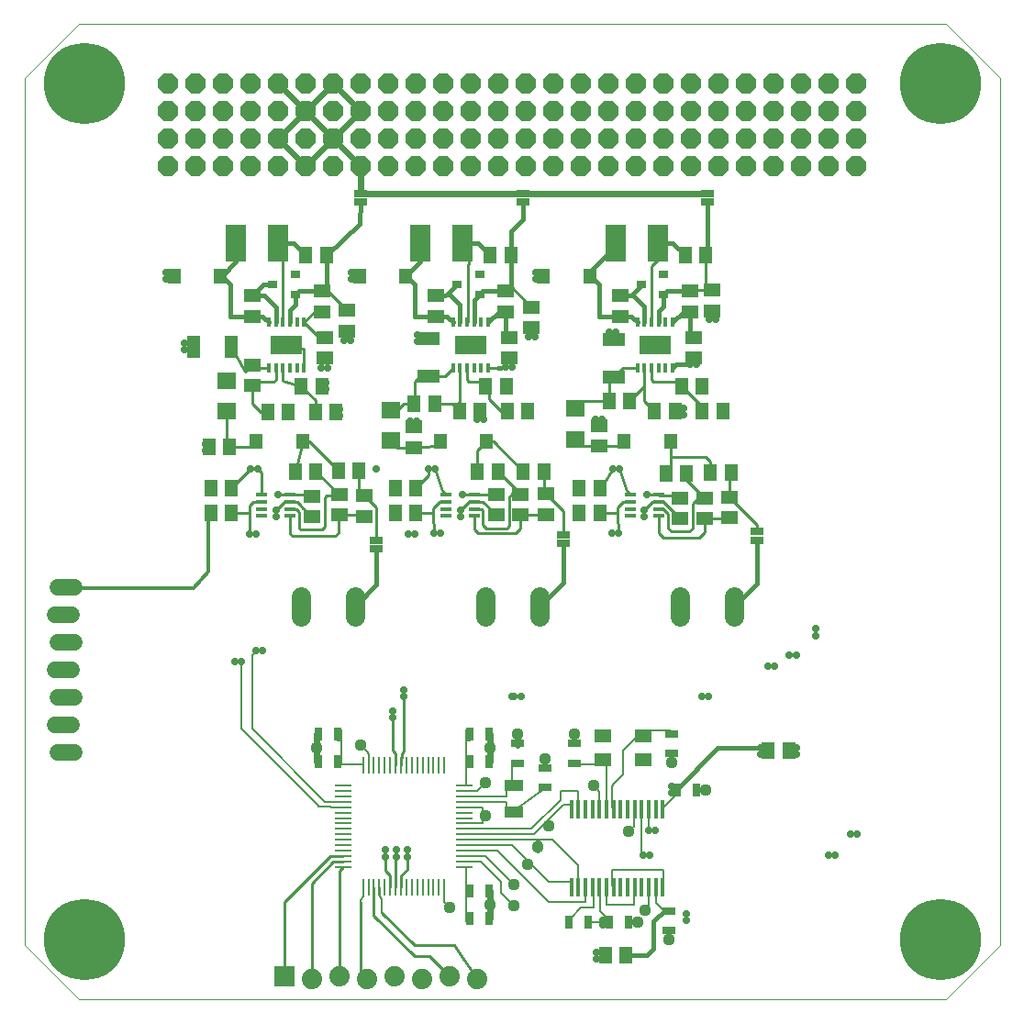
<source format=gtl>
G75*
%MOIN*%
%OFA0B0*%
%FSLAX25Y25*%
%IPPOS*%
%LPD*%
%AMOC8*
5,1,8,0,0,1.08239X$1,22.5*
%
%ADD10R,0.05000X0.08110*%
%ADD11R,0.05906X0.05118*%
%ADD12R,0.05000X0.05787*%
%ADD13R,0.07480X0.13386*%
%ADD14R,0.05118X0.05906*%
%ADD15R,0.11201X0.06500*%
%ADD16R,0.01654X0.03500*%
%ADD17R,0.03937X0.01772*%
%ADD18R,0.03543X0.03150*%
%ADD19R,0.08110X0.05000*%
%ADD20R,0.05000X0.02500*%
%ADD21C,0.07050*%
%ADD22OC8,0.07400*%
%ADD23C,0.00000*%
%ADD24C,0.29528*%
%ADD25R,0.00984X0.06102*%
%ADD26R,0.06102X0.00984*%
%ADD27R,0.01575X0.06890*%
%ADD28R,0.07087X0.03937*%
%ADD29R,0.03150X0.04724*%
%ADD30C,0.00800*%
%ADD31R,0.04724X0.03150*%
%ADD32C,0.04400*%
%ADD33C,0.02400*%
%ADD34R,0.06299X0.04921*%
%ADD35R,0.03937X0.00984*%
%ADD36R,0.00984X0.03937*%
%ADD37R,0.07400X0.07400*%
%ADD38C,0.07400*%
%ADD39R,0.07098X0.06299*%
%ADD40C,0.06000*%
%ADD41C,0.01000*%
%ADD42C,0.01600*%
%ADD43C,0.02781*%
%ADD44C,0.01200*%
%ADD45C,0.00787*%
%ADD46OC8,0.02781*%
D10*
X0063119Y0247037D03*
X0076938Y0247037D03*
D11*
X0084477Y0240304D03*
X0084477Y0232824D03*
X0084477Y0258021D03*
X0084477Y0265501D03*
X0109831Y0267155D03*
X0109831Y0259675D03*
X0110934Y0250304D03*
X0110934Y0242824D03*
X0119005Y0252745D03*
X0119005Y0260226D03*
X0151406Y0258021D03*
X0151406Y0265501D03*
X0176761Y0267155D03*
X0185934Y0261407D03*
X0185934Y0253927D03*
X0177863Y0250304D03*
X0177863Y0242824D03*
X0176761Y0259675D03*
X0218335Y0258021D03*
X0218335Y0265501D03*
X0243690Y0267155D03*
X0251682Y0267509D03*
X0251682Y0260029D03*
X0243690Y0259675D03*
X0244792Y0250304D03*
X0244792Y0242824D03*
X0210461Y0218257D03*
X0210461Y0210777D03*
X0191170Y0193454D03*
X0191170Y0185974D03*
X0181918Y0185777D03*
X0181918Y0193257D03*
X0173257Y0193257D03*
X0173257Y0185777D03*
X0143139Y0210383D03*
X0143139Y0217864D03*
X0125422Y0192864D03*
X0125422Y0185383D03*
X0116170Y0185777D03*
X0116170Y0193257D03*
X0106131Y0192667D03*
X0106131Y0185186D03*
X0239989Y0184596D03*
X0239989Y0192076D03*
X0248847Y0192076D03*
X0248847Y0184596D03*
X0258099Y0184793D03*
X0258099Y0192273D03*
D12*
X0236682Y0212549D03*
X0219753Y0212549D03*
X0169753Y0212549D03*
X0152824Y0212549D03*
X0102824Y0212549D03*
X0085894Y0212549D03*
X0073060Y0272745D03*
X0056131Y0272745D03*
X0123454Y0272745D03*
X0140383Y0272745D03*
X0190383Y0272745D03*
X0207312Y0272745D03*
D13*
X0216524Y0284635D03*
X0231879Y0284635D03*
X0161013Y0284635D03*
X0145658Y0284635D03*
X0094083Y0284635D03*
X0078729Y0284635D03*
D14*
X0104044Y0280226D03*
X0111524Y0280226D03*
X0109871Y0232627D03*
X0102391Y0232627D03*
X0097666Y0223178D03*
X0090186Y0223178D03*
X0076406Y0210580D03*
X0068926Y0210580D03*
X0069517Y0195619D03*
X0076997Y0195619D03*
X0076997Y0186761D03*
X0069517Y0186761D03*
X0100225Y0201722D03*
X0107706Y0201722D03*
X0115776Y0201919D03*
X0123257Y0201919D03*
X0136446Y0195619D03*
X0143926Y0195619D03*
X0143926Y0186761D03*
X0136446Y0186761D03*
X0166367Y0201722D03*
X0173847Y0201722D03*
X0183099Y0201722D03*
X0190580Y0201722D03*
X0203375Y0195619D03*
X0210855Y0195619D03*
X0210855Y0186761D03*
X0203375Y0186761D03*
X0234871Y0200934D03*
X0242351Y0200934D03*
X0251013Y0201328D03*
X0258493Y0201328D03*
X0255540Y0223572D03*
X0248060Y0223572D03*
X0248060Y0232627D03*
X0240580Y0232627D03*
X0238217Y0223572D03*
X0230737Y0223572D03*
X0221682Y0227115D03*
X0214202Y0227115D03*
X0184674Y0223572D03*
X0177194Y0223572D03*
X0176800Y0232627D03*
X0169320Y0232627D03*
X0167351Y0223572D03*
X0159871Y0223572D03*
X0150816Y0226328D03*
X0143335Y0226328D03*
X0114989Y0223178D03*
X0107509Y0223178D03*
X0170973Y0280226D03*
X0178454Y0280226D03*
X0241839Y0280226D03*
X0249320Y0280226D03*
X0272057Y0100312D03*
X0279537Y0100312D03*
X0220428Y0025835D03*
X0212947Y0025835D03*
D15*
X0230855Y0247549D03*
X0163926Y0247549D03*
X0096997Y0247549D03*
D16*
X0098276Y0255816D03*
X0095717Y0255816D03*
X0093158Y0255816D03*
X0090599Y0255816D03*
X0100835Y0255816D03*
X0103394Y0255816D03*
X0103394Y0239281D03*
X0100835Y0239281D03*
X0098276Y0239281D03*
X0095717Y0239281D03*
X0093158Y0239281D03*
X0090599Y0239281D03*
X0157528Y0239281D03*
X0160087Y0239281D03*
X0162646Y0239281D03*
X0165206Y0239281D03*
X0167765Y0239281D03*
X0170324Y0239281D03*
X0170324Y0255816D03*
X0167765Y0255816D03*
X0165206Y0255816D03*
X0162646Y0255816D03*
X0160087Y0255816D03*
X0157528Y0255816D03*
X0224457Y0255816D03*
X0227017Y0255816D03*
X0229576Y0255816D03*
X0232135Y0255816D03*
X0234694Y0255816D03*
X0237253Y0255816D03*
X0237253Y0239281D03*
X0234694Y0239281D03*
X0232135Y0239281D03*
X0229576Y0239281D03*
X0227017Y0239281D03*
X0224457Y0239281D03*
D17*
X0221879Y0193159D03*
X0221879Y0190600D03*
X0221879Y0188041D03*
X0221879Y0185482D03*
X0232115Y0185482D03*
X0232115Y0188041D03*
X0232115Y0190600D03*
X0232115Y0193159D03*
X0165186Y0193159D03*
X0165186Y0190600D03*
X0165186Y0188041D03*
X0165186Y0185482D03*
X0154950Y0185482D03*
X0154950Y0188041D03*
X0154950Y0190600D03*
X0154950Y0193159D03*
X0098257Y0193159D03*
X0098257Y0190600D03*
X0098257Y0188041D03*
X0098257Y0185482D03*
X0088020Y0185482D03*
X0088020Y0188041D03*
X0088020Y0190600D03*
X0088020Y0193159D03*
D18*
X0100225Y0265895D03*
X0100225Y0273375D03*
X0091957Y0269635D03*
X0158887Y0269635D03*
X0167154Y0265895D03*
X0167154Y0273375D03*
X0225816Y0269635D03*
X0234083Y0265895D03*
X0234083Y0273375D03*
D19*
X0215816Y0249655D03*
X0215816Y0235836D03*
X0148493Y0236230D03*
X0148493Y0250049D03*
D20*
X0123847Y0299531D03*
X0123847Y0302731D03*
X0182902Y0302731D03*
X0182902Y0299531D03*
X0249831Y0299531D03*
X0249831Y0302731D03*
X0267942Y0179897D03*
X0267942Y0176697D03*
X0197469Y0175515D03*
X0197469Y0178715D03*
X0129753Y0176747D03*
X0129753Y0173547D03*
D21*
X0121879Y0156113D02*
X0121879Y0149063D01*
X0102194Y0149063D02*
X0102194Y0156113D01*
X0169123Y0156113D02*
X0169123Y0149063D01*
X0188808Y0149063D02*
X0188808Y0156113D01*
X0239989Y0156113D02*
X0239989Y0149063D01*
X0259674Y0149063D02*
X0259674Y0156113D01*
D22*
X0263965Y0312470D03*
X0253965Y0312470D03*
X0243965Y0312470D03*
X0233965Y0312470D03*
X0223965Y0312470D03*
X0213965Y0312470D03*
X0203965Y0312470D03*
X0193965Y0312470D03*
X0183965Y0312470D03*
X0173965Y0312470D03*
X0163965Y0312470D03*
X0153965Y0312470D03*
X0143965Y0312470D03*
X0133965Y0312470D03*
X0123965Y0312470D03*
X0113965Y0312470D03*
X0103965Y0312470D03*
X0093965Y0312470D03*
X0083965Y0312470D03*
X0073965Y0312470D03*
X0063965Y0312470D03*
X0053965Y0312470D03*
X0053965Y0322470D03*
X0053965Y0332470D03*
X0063965Y0332470D03*
X0063965Y0322470D03*
X0073965Y0322470D03*
X0073965Y0332470D03*
X0073965Y0342470D03*
X0063965Y0342470D03*
X0053965Y0342470D03*
X0083965Y0342470D03*
X0083965Y0332470D03*
X0083965Y0322470D03*
X0093965Y0322470D03*
X0093965Y0332470D03*
X0093965Y0342470D03*
X0103965Y0342470D03*
X0113965Y0342470D03*
X0113965Y0332470D03*
X0103965Y0332470D03*
X0103965Y0322470D03*
X0113965Y0322470D03*
X0123965Y0322470D03*
X0123965Y0332470D03*
X0123965Y0342470D03*
X0133965Y0342470D03*
X0133965Y0332470D03*
X0133965Y0322470D03*
X0143965Y0322470D03*
X0143965Y0332470D03*
X0143965Y0342470D03*
X0153965Y0342470D03*
X0163965Y0342470D03*
X0163965Y0332470D03*
X0153965Y0332470D03*
X0153965Y0322470D03*
X0163965Y0322470D03*
X0173965Y0322470D03*
X0173965Y0332470D03*
X0173965Y0342470D03*
X0183965Y0342470D03*
X0183965Y0332470D03*
X0183965Y0322470D03*
X0193965Y0322470D03*
X0193965Y0332470D03*
X0203965Y0332470D03*
X0203965Y0322470D03*
X0213965Y0322470D03*
X0213965Y0332470D03*
X0213965Y0342470D03*
X0203965Y0342470D03*
X0193965Y0342470D03*
X0223965Y0342470D03*
X0223965Y0332470D03*
X0223965Y0322470D03*
X0233965Y0322470D03*
X0233965Y0332470D03*
X0233965Y0342470D03*
X0243965Y0342470D03*
X0253965Y0342470D03*
X0253965Y0332470D03*
X0243965Y0332470D03*
X0243965Y0322470D03*
X0253965Y0322470D03*
X0263965Y0322470D03*
X0263965Y0332470D03*
X0263965Y0342470D03*
X0273965Y0342470D03*
X0273965Y0332470D03*
X0273965Y0322470D03*
X0273965Y0312470D03*
X0283965Y0312470D03*
X0283965Y0322470D03*
X0283965Y0332470D03*
X0283965Y0342470D03*
X0293965Y0342470D03*
X0303965Y0342470D03*
X0303965Y0332470D03*
X0293965Y0332470D03*
X0293965Y0322470D03*
X0303965Y0322470D03*
X0303965Y0312470D03*
X0293965Y0312470D03*
D23*
X0336446Y0009793D02*
X0021485Y0009793D01*
X0001800Y0029478D01*
X0001800Y0344438D01*
X0021485Y0364123D01*
X0336446Y0364123D01*
X0356131Y0344438D01*
X0356131Y0029478D01*
X0336446Y0009793D01*
D24*
X0334477Y0031446D03*
X0334477Y0342470D03*
X0023454Y0342470D03*
X0023454Y0031446D03*
D25*
X0124831Y0050738D03*
X0126800Y0050738D03*
X0128769Y0050738D03*
X0130737Y0050738D03*
X0132706Y0050738D03*
X0134674Y0050738D03*
X0136643Y0050738D03*
X0138611Y0050738D03*
X0140580Y0050738D03*
X0142548Y0050738D03*
X0144517Y0050738D03*
X0146485Y0050738D03*
X0148454Y0050738D03*
X0150422Y0050738D03*
X0152391Y0050738D03*
X0154359Y0050738D03*
X0154359Y0094832D03*
X0152391Y0094832D03*
X0150422Y0094832D03*
X0148454Y0094832D03*
X0146485Y0094832D03*
X0144517Y0094832D03*
X0142548Y0094832D03*
X0140580Y0094832D03*
X0138611Y0094832D03*
X0136643Y0094832D03*
X0134674Y0094832D03*
X0132706Y0094832D03*
X0130737Y0094832D03*
X0128769Y0094832D03*
X0126800Y0094832D03*
X0124831Y0094832D03*
D26*
X0117548Y0087549D03*
X0117548Y0085580D03*
X0117548Y0083612D03*
X0117548Y0081643D03*
X0117548Y0079675D03*
X0117548Y0077706D03*
X0117548Y0075738D03*
X0117548Y0073769D03*
X0117548Y0071801D03*
X0117548Y0069832D03*
X0117548Y0067864D03*
X0117548Y0065895D03*
X0117548Y0063927D03*
X0117548Y0061958D03*
X0117548Y0059989D03*
X0117548Y0058021D03*
X0161643Y0058021D03*
X0161643Y0059989D03*
X0161643Y0061958D03*
X0161643Y0063927D03*
X0161643Y0065895D03*
X0161643Y0067864D03*
X0161643Y0069832D03*
X0161643Y0071801D03*
X0161643Y0073769D03*
X0161643Y0075738D03*
X0161643Y0077706D03*
X0161643Y0079675D03*
X0161643Y0081643D03*
X0161643Y0083612D03*
X0161643Y0085580D03*
X0161643Y0087549D03*
D27*
X0200461Y0079084D03*
X0203020Y0079084D03*
X0205580Y0079084D03*
X0208139Y0079084D03*
X0210698Y0079084D03*
X0213257Y0079084D03*
X0215816Y0079084D03*
X0218375Y0079084D03*
X0220934Y0079084D03*
X0223493Y0079084D03*
X0226052Y0079084D03*
X0228611Y0079084D03*
X0231170Y0079084D03*
X0233729Y0079084D03*
X0233729Y0050738D03*
X0231170Y0050738D03*
X0228611Y0050738D03*
X0226052Y0050738D03*
X0223493Y0050738D03*
X0220934Y0050738D03*
X0218375Y0050738D03*
X0215816Y0050738D03*
X0213257Y0050738D03*
X0210698Y0050738D03*
X0208139Y0050738D03*
X0205580Y0050738D03*
X0203020Y0050738D03*
X0200461Y0050738D03*
D28*
X0179595Y0077864D03*
X0179595Y0087706D03*
D29*
X0170619Y0096407D03*
X0163532Y0096407D03*
X0163532Y0106249D03*
X0170619Y0106249D03*
X0115658Y0106249D03*
X0108572Y0106249D03*
X0108572Y0096407D03*
X0115658Y0096407D03*
X0163532Y0049163D03*
X0170619Y0049163D03*
X0170619Y0039320D03*
X0163532Y0039320D03*
X0199615Y0037844D03*
X0206702Y0037844D03*
X0214221Y0037844D03*
X0221308Y0037844D03*
X0238828Y0086072D03*
X0245914Y0086072D03*
D30*
X0238513Y0084104D02*
X0233904Y0079495D01*
X0223257Y0077706D02*
X0223257Y0073116D01*
X0223022Y0072550D02*
X0221288Y0070816D01*
X0223023Y0072550D02*
X0223058Y0072589D01*
X0223092Y0072629D01*
X0223122Y0072672D01*
X0223150Y0072716D01*
X0223174Y0072762D01*
X0223196Y0072810D01*
X0223215Y0072859D01*
X0223230Y0072909D01*
X0223242Y0072960D01*
X0223250Y0073012D01*
X0223255Y0073064D01*
X0223257Y0073116D01*
X0215383Y0079675D02*
X0215383Y0087217D01*
X0215617Y0087783D02*
X0219320Y0091486D01*
X0219320Y0100012D01*
X0219554Y0100578D02*
X0224241Y0105265D01*
X0226702Y0107726D02*
X0235721Y0107726D01*
X0236286Y0107491D02*
X0237036Y0106741D01*
X0236287Y0107492D02*
X0236248Y0107527D01*
X0236208Y0107561D01*
X0236165Y0107591D01*
X0236121Y0107619D01*
X0236075Y0107643D01*
X0236027Y0107665D01*
X0235978Y0107684D01*
X0235928Y0107699D01*
X0235877Y0107711D01*
X0235825Y0107719D01*
X0235773Y0107724D01*
X0235721Y0107726D01*
X0219554Y0100578D02*
X0219519Y0100539D01*
X0219485Y0100499D01*
X0219455Y0100456D01*
X0219427Y0100412D01*
X0219403Y0100366D01*
X0219381Y0100318D01*
X0219362Y0100269D01*
X0219347Y0100219D01*
X0219335Y0100168D01*
X0219327Y0100116D01*
X0219322Y0100064D01*
X0219320Y0100012D01*
X0213414Y0096407D02*
X0213414Y0079675D01*
X0210461Y0078690D02*
X0210461Y0085249D01*
X0210227Y0085814D02*
X0208493Y0087549D01*
X0210227Y0085815D02*
X0210262Y0085776D01*
X0210296Y0085736D01*
X0210326Y0085693D01*
X0210354Y0085649D01*
X0210378Y0085603D01*
X0210400Y0085555D01*
X0210419Y0085506D01*
X0210434Y0085456D01*
X0210446Y0085405D01*
X0210454Y0085353D01*
X0210459Y0085301D01*
X0210461Y0085249D01*
X0215383Y0087217D02*
X0215385Y0087269D01*
X0215390Y0087321D01*
X0215398Y0087373D01*
X0215410Y0087424D01*
X0215425Y0087474D01*
X0215444Y0087523D01*
X0215466Y0087571D01*
X0215490Y0087617D01*
X0215518Y0087661D01*
X0215548Y0087704D01*
X0215582Y0087744D01*
X0215617Y0087783D01*
X0211446Y0095423D02*
X0200619Y0095423D01*
X0202837Y0085580D02*
X0196682Y0085580D01*
X0196682Y0082959D01*
X0196448Y0082393D02*
X0185855Y0071801D01*
X0163217Y0071801D01*
X0163217Y0069832D02*
X0186839Y0069832D01*
X0197432Y0080424D01*
X0197998Y0080659D02*
X0200619Y0080659D01*
X0202837Y0080659D02*
X0202837Y0085580D01*
X0196682Y0082959D02*
X0196680Y0082907D01*
X0196675Y0082855D01*
X0196667Y0082803D01*
X0196655Y0082752D01*
X0196640Y0082702D01*
X0196621Y0082653D01*
X0196599Y0082605D01*
X0196575Y0082559D01*
X0196547Y0082515D01*
X0196517Y0082472D01*
X0196483Y0082432D01*
X0196448Y0082393D01*
X0197432Y0080425D02*
X0197471Y0080460D01*
X0197511Y0080494D01*
X0197554Y0080524D01*
X0197598Y0080552D01*
X0197644Y0080576D01*
X0197692Y0080598D01*
X0197741Y0080617D01*
X0197791Y0080632D01*
X0197842Y0080644D01*
X0197894Y0080652D01*
X0197946Y0080657D01*
X0197998Y0080659D01*
X0190776Y0086564D02*
X0179950Y0078690D01*
X0176997Y0077706D02*
X0176997Y0081643D01*
X0162233Y0081643D01*
X0162233Y0079675D02*
X0168139Y0079675D01*
X0168139Y0073769D01*
X0164533Y0073769D01*
X0162233Y0067864D02*
X0193729Y0067864D01*
X0202837Y0058755D01*
X0202837Y0052358D01*
X0200619Y0052608D02*
X0192253Y0052608D01*
X0178965Y0065895D01*
X0160757Y0065895D01*
X0161249Y0063927D02*
X0173591Y0063927D01*
X0192292Y0045226D01*
X0205540Y0045226D01*
X0205540Y0048178D01*
X0208493Y0048178D02*
X0208493Y0043257D01*
X0204064Y0043257D01*
X0200127Y0039320D01*
X0206032Y0037844D02*
X0213906Y0037844D01*
X0213906Y0038828D02*
X0210954Y0041781D01*
X0210954Y0048671D01*
X0213414Y0049163D02*
X0213414Y0044241D01*
X0223257Y0044241D01*
X0223257Y0049163D01*
X0228670Y0045065D02*
X0228664Y0044973D01*
X0228654Y0044881D01*
X0228640Y0044790D01*
X0228622Y0044699D01*
X0228601Y0044609D01*
X0228576Y0044520D01*
X0228548Y0044432D01*
X0228516Y0044345D01*
X0228480Y0044260D01*
X0228441Y0044176D01*
X0228398Y0044094D01*
X0228352Y0044014D01*
X0228303Y0043936D01*
X0228250Y0043860D01*
X0228195Y0043786D01*
X0228136Y0043715D01*
X0228075Y0043646D01*
X0228010Y0043579D01*
X0227943Y0043515D01*
X0227944Y0043515D02*
X0226702Y0042273D01*
X0228670Y0045065D02*
X0228670Y0050639D01*
X0231131Y0049163D02*
X0231131Y0045557D01*
X0231365Y0044991D02*
X0234083Y0042273D01*
X0231365Y0044991D02*
X0231330Y0045030D01*
X0231296Y0045070D01*
X0231266Y0045113D01*
X0231238Y0045157D01*
X0231214Y0045203D01*
X0231192Y0045251D01*
X0231173Y0045300D01*
X0231158Y0045350D01*
X0231146Y0045401D01*
X0231138Y0045453D01*
X0231133Y0045505D01*
X0231131Y0045557D01*
X0234083Y0049163D02*
X0234083Y0057037D01*
X0215383Y0057037D01*
X0215383Y0051131D01*
X0213906Y0036860D02*
X0213414Y0036860D01*
X0179595Y0044035D02*
X0175028Y0048602D01*
X0175028Y0052608D01*
X0167646Y0059989D01*
X0163709Y0059989D01*
X0163217Y0061958D02*
X0169123Y0061958D01*
X0178239Y0052842D01*
X0178239Y0050617D01*
X0162233Y0058021D02*
X0162233Y0038336D01*
X0156328Y0043257D02*
X0154593Y0044991D01*
X0154359Y0045557D02*
X0154359Y0050147D01*
X0154359Y0045557D02*
X0154361Y0045505D01*
X0154366Y0045453D01*
X0154374Y0045401D01*
X0154386Y0045350D01*
X0154401Y0045300D01*
X0154420Y0045251D01*
X0154442Y0045203D01*
X0154466Y0045157D01*
X0154494Y0045113D01*
X0154524Y0045070D01*
X0154558Y0045030D01*
X0154593Y0044991D01*
X0162233Y0083612D02*
X0176997Y0083612D01*
X0176997Y0087549D01*
X0178965Y0087549D02*
X0178965Y0095423D01*
X0169123Y0088533D02*
X0166170Y0085580D01*
X0163217Y0085580D01*
X0162233Y0087549D02*
X0162233Y0106741D01*
X0126800Y0099028D02*
X0126800Y0095423D01*
X0124831Y0095423D02*
X0116957Y0095423D01*
X0115973Y0095423D01*
X0116957Y0095423D02*
X0116957Y0107234D01*
X0122863Y0103297D02*
X0126566Y0099594D01*
X0126601Y0099555D01*
X0126635Y0099515D01*
X0126665Y0099472D01*
X0126693Y0099428D01*
X0126717Y0099382D01*
X0126739Y0099334D01*
X0126758Y0099285D01*
X0126773Y0099235D01*
X0126785Y0099184D01*
X0126793Y0099132D01*
X0126798Y0099080D01*
X0126800Y0099028D01*
D31*
X0180934Y0095738D03*
X0180934Y0102824D03*
X0190776Y0093966D03*
X0190776Y0086879D03*
X0201603Y0095738D03*
X0201603Y0102824D03*
X0237036Y0099340D03*
X0237036Y0106427D03*
X0236052Y0041958D03*
X0236052Y0034871D03*
D32*
X0236052Y0031446D03*
X0224733Y0037844D03*
X0227194Y0042273D03*
X0221288Y0070816D03*
X0208493Y0087549D03*
X0190776Y0097391D03*
X0180934Y0106249D03*
X0171091Y0101328D03*
X0169123Y0088533D03*
X0169123Y0076722D03*
X0184610Y0059055D03*
X0188231Y0065303D03*
X0192145Y0072785D03*
X0179595Y0051535D03*
X0179595Y0044035D03*
X0171091Y0044241D03*
X0156328Y0043257D03*
X0123847Y0102312D03*
X0108099Y0101328D03*
X0201603Y0106249D03*
X0237036Y0095915D03*
X0249339Y0086072D03*
D33*
X0188195Y0066885D02*
X0188195Y0064385D01*
X0171091Y0049241D02*
X0171091Y0039320D01*
X0171091Y0096407D02*
X0171091Y0106328D01*
X0180934Y0106249D02*
X0180934Y0102312D01*
X0108099Y0106249D02*
X0108099Y0096328D01*
X0123847Y0302731D02*
X0123965Y0312470D01*
X0113965Y0322470D01*
X0103965Y0312470D01*
X0094189Y0322246D01*
X0094189Y0322273D01*
X0093965Y0322470D02*
X0103965Y0332470D01*
X0113980Y0322455D01*
X0114162Y0322455D01*
X0113965Y0322470D02*
X0123965Y0332470D01*
X0113965Y0342470D01*
X0103965Y0332470D01*
X0093965Y0342470D01*
X0123847Y0302731D02*
X0182902Y0302731D01*
X0249831Y0302731D01*
D34*
X0226524Y0105580D03*
X0226524Y0096919D03*
X0211957Y0096919D03*
X0211957Y0105580D03*
D35*
X0236052Y0042667D03*
D36*
X0213906Y0037844D03*
X0238513Y0086072D03*
X0162840Y0106180D03*
X0116121Y0106380D03*
X0162762Y0039315D03*
D37*
X0096288Y0018167D03*
D38*
X0106288Y0017167D03*
X0116288Y0018167D03*
X0126288Y0017167D03*
X0136288Y0018167D03*
X0146288Y0017167D03*
X0156288Y0018167D03*
X0166288Y0017167D03*
D39*
X0134871Y0212856D03*
X0134871Y0224052D03*
X0075422Y0223486D03*
X0075422Y0234682D03*
X0201800Y0224446D03*
X0201800Y0213249D03*
D40*
X0019830Y0159527D02*
X0013830Y0159527D01*
X0012830Y0149527D02*
X0018830Y0149527D01*
X0019830Y0139527D02*
X0013830Y0139527D01*
X0012830Y0129527D02*
X0018830Y0129527D01*
X0019830Y0119527D02*
X0013830Y0119527D01*
X0012830Y0109527D02*
X0018830Y0109527D01*
X0019830Y0099527D02*
X0013830Y0099527D01*
D41*
X0078178Y0132627D02*
X0080540Y0132627D01*
X0086052Y0136564D02*
X0088414Y0136564D01*
X0115973Y0107430D02*
X0116121Y0107282D01*
X0116121Y0106380D01*
X0116121Y0105216D01*
X0115973Y0105068D01*
X0135658Y0100344D02*
X0136643Y0099360D01*
X0136643Y0094832D01*
X0138808Y0097588D02*
X0138808Y0099163D01*
X0139595Y0099950D01*
X0139595Y0120029D01*
X0139595Y0122391D01*
X0135658Y0114517D02*
X0135658Y0112155D01*
X0135658Y0100344D01*
X0162840Y0105445D02*
X0162840Y0106180D01*
X0163217Y0106557D01*
X0163217Y0107430D01*
X0162840Y0105445D02*
X0163217Y0105068D01*
X0179753Y0120029D02*
X0182115Y0120029D01*
X0228572Y0071210D02*
X0230934Y0071210D01*
X0228965Y0062155D02*
X0226603Y0062155D01*
X0213906Y0037844D02*
X0213906Y0036663D01*
X0214005Y0036564D01*
X0166288Y0017167D02*
X0157914Y0029478D01*
X0143532Y0029478D01*
X0131721Y0041289D01*
X0128769Y0040304D02*
X0128769Y0050738D01*
X0123847Y0045226D02*
X0123847Y0019608D01*
X0126288Y0017167D01*
X0116288Y0018167D02*
X0116288Y0056761D01*
X0117548Y0058021D01*
X0117351Y0059793D02*
X0114005Y0059793D01*
X0106288Y0052076D01*
X0106288Y0017167D01*
X0096288Y0018167D02*
X0096288Y0045226D01*
X0113020Y0061958D01*
X0117548Y0061958D01*
X0117548Y0059989D02*
X0117351Y0059793D01*
X0132902Y0061761D02*
X0132902Y0056643D01*
X0134674Y0054871D01*
X0134674Y0050738D01*
X0136643Y0050738D02*
X0136643Y0061564D01*
X0136839Y0061761D01*
X0136839Y0064123D01*
X0132902Y0064123D02*
X0132902Y0061761D01*
X0140776Y0061761D02*
X0140776Y0057037D01*
X0138611Y0054871D01*
X0138611Y0050738D01*
X0140776Y0061761D02*
X0140776Y0064123D01*
X0128769Y0040304D02*
X0143532Y0025541D01*
X0148914Y0025541D01*
X0156288Y0018167D01*
X0162824Y0039254D02*
X0162762Y0039315D01*
X0247863Y0120029D02*
X0250225Y0120029D01*
X0271879Y0131052D02*
X0274241Y0131052D01*
X0279753Y0134989D02*
X0282115Y0134989D01*
X0246879Y0177509D02*
X0233887Y0177509D01*
X0232115Y0179281D01*
X0232115Y0185482D01*
X0232115Y0188041D02*
X0233985Y0188041D01*
X0235658Y0186367D01*
X0235658Y0181052D01*
X0236839Y0179871D01*
X0243335Y0179871D01*
X0244517Y0181052D01*
X0244517Y0189911D01*
X0246288Y0191682D01*
X0248454Y0191682D01*
X0248847Y0192076D01*
X0242351Y0198572D01*
X0242351Y0200934D01*
X0236682Y0202745D02*
X0236682Y0206446D01*
X0237272Y0207037D01*
X0249241Y0207037D01*
X0251013Y0205265D01*
X0251013Y0201328D01*
X0258099Y0200934D02*
X0258099Y0192273D01*
X0267942Y0182430D01*
X0267942Y0179897D01*
X0258099Y0184793D02*
X0257902Y0184596D01*
X0248847Y0184596D01*
X0248847Y0179478D01*
X0246879Y0177509D01*
X0239989Y0184596D02*
X0233985Y0190600D01*
X0232115Y0190600D01*
X0230048Y0190600D01*
X0226997Y0187549D01*
X0227784Y0193257D02*
X0232017Y0193257D01*
X0232115Y0193159D01*
X0232410Y0192864D01*
X0239202Y0192864D01*
X0239989Y0192076D01*
X0234871Y0200934D02*
X0236682Y0202745D01*
X0236682Y0206446D02*
X0236682Y0212549D01*
X0230737Y0223572D02*
X0227017Y0227293D01*
X0227017Y0232450D01*
X0221682Y0227115D01*
X0214202Y0227115D02*
X0214202Y0234222D01*
X0215816Y0235836D01*
X0219261Y0239281D01*
X0224457Y0239281D01*
X0227017Y0239281D02*
X0227017Y0232450D01*
X0229576Y0234773D02*
X0230146Y0234202D01*
X0239005Y0234202D01*
X0240580Y0232627D01*
X0248060Y0225147D01*
X0248060Y0223572D01*
X0249044Y0231446D02*
X0249044Y0233808D01*
X0249044Y0233612D01*
X0248060Y0232627D01*
X0256524Y0224753D02*
X0256524Y0222391D01*
X0258493Y0201328D02*
X0258099Y0200934D01*
X0229576Y0234773D02*
X0229576Y0239281D01*
X0216702Y0235836D02*
X0215816Y0235836D01*
X0214202Y0227115D02*
X0204469Y0227115D01*
X0201800Y0224446D01*
X0209280Y0220619D02*
X0211643Y0220619D01*
X0219753Y0212549D02*
X0217981Y0210777D01*
X0210461Y0210777D01*
X0204272Y0210777D01*
X0201800Y0213249D01*
X0190580Y0201722D02*
X0190580Y0194045D01*
X0191170Y0193454D01*
X0197469Y0187155D01*
X0197469Y0178715D01*
X0190973Y0185777D02*
X0181918Y0185777D01*
X0181918Y0181052D01*
X0180146Y0179281D01*
X0166564Y0179281D01*
X0165383Y0180462D01*
X0165383Y0185285D01*
X0165186Y0185482D01*
X0165186Y0188041D02*
X0167843Y0188041D01*
X0168335Y0187549D01*
X0168335Y0182234D01*
X0169517Y0181052D01*
X0177194Y0181052D01*
X0177784Y0182234D01*
X0177784Y0192273D01*
X0178965Y0193454D01*
X0181721Y0193454D01*
X0181918Y0193257D01*
X0181918Y0193651D01*
X0173847Y0201722D01*
X0166367Y0201722D02*
X0166367Y0209163D01*
X0169753Y0212549D01*
X0172272Y0212549D01*
X0183099Y0201722D01*
X0191367Y0194438D02*
X0191170Y0193454D01*
X0191170Y0185974D02*
X0190973Y0185777D01*
X0202587Y0188139D02*
X0203375Y0187352D01*
X0203375Y0186761D01*
X0203375Y0186564D01*
X0210855Y0186761D02*
X0217351Y0186761D01*
X0217351Y0188730D01*
X0219123Y0190501D01*
X0221780Y0190501D01*
X0221879Y0190600D01*
X0221879Y0193159D02*
X0220599Y0194438D01*
X0217942Y0202706D01*
X0215580Y0202706D01*
X0212036Y0196801D01*
X0210855Y0195619D01*
X0203375Y0195619D02*
X0203375Y0196013D01*
X0202587Y0196801D01*
X0202587Y0194832D01*
X0202587Y0194438D02*
X0203375Y0195226D01*
X0203375Y0195619D01*
X0217351Y0186761D02*
X0217548Y0179281D01*
X0215186Y0179281D01*
X0173257Y0185777D02*
X0168434Y0190600D01*
X0165186Y0190600D01*
X0163316Y0190600D01*
X0160265Y0187549D01*
X0160855Y0193257D02*
X0165087Y0193257D01*
X0165186Y0193159D01*
X0165284Y0193257D01*
X0173257Y0193257D01*
X0154950Y0193159D02*
X0153670Y0194438D01*
X0151013Y0202706D01*
X0148650Y0202706D01*
X0148650Y0200344D01*
X0143926Y0195619D01*
X0136446Y0195619D02*
X0136446Y0195226D01*
X0135658Y0194438D01*
X0135658Y0196801D01*
X0136052Y0188139D02*
X0136446Y0187745D01*
X0136446Y0186761D01*
X0136446Y0186171D01*
X0136052Y0185777D01*
X0129753Y0188533D02*
X0129753Y0176747D01*
X0125422Y0185383D02*
X0125028Y0185777D01*
X0116170Y0185777D01*
X0115776Y0185383D01*
X0115776Y0179281D01*
X0114595Y0178100D01*
X0099241Y0178100D01*
X0098257Y0179084D01*
X0098257Y0185482D01*
X0098257Y0188041D02*
X0100520Y0188041D01*
X0101603Y0186958D01*
X0101603Y0181052D01*
X0102194Y0180462D01*
X0109871Y0180462D01*
X0111052Y0181643D01*
X0111052Y0192273D01*
X0111643Y0192864D01*
X0115776Y0192864D01*
X0116170Y0193257D01*
X0107706Y0201722D01*
X0100225Y0201722D02*
X0102824Y0212549D01*
X0105146Y0212549D01*
X0115776Y0201919D01*
X0123257Y0201919D02*
X0123257Y0195029D01*
X0125422Y0192864D01*
X0129753Y0188533D01*
X0143926Y0186761D02*
X0150422Y0186761D01*
X0150422Y0188336D01*
X0152587Y0190501D01*
X0154851Y0190501D01*
X0154950Y0190600D01*
X0150422Y0186761D02*
X0150619Y0179281D01*
X0151052Y0210777D02*
X0143139Y0210383D01*
X0137343Y0210383D01*
X0134871Y0212856D01*
X0141957Y0219832D02*
X0144320Y0219832D01*
X0143335Y0226328D02*
X0139595Y0226328D01*
X0137320Y0224052D01*
X0134871Y0224052D01*
X0143335Y0226328D02*
X0143532Y0226525D01*
X0143532Y0234202D01*
X0145560Y0236230D01*
X0148493Y0236230D01*
X0154477Y0236230D01*
X0157528Y0239281D01*
X0160087Y0239281D02*
X0160087Y0227135D01*
X0158198Y0225245D01*
X0159871Y0223572D01*
X0158198Y0225245D02*
X0157115Y0226328D01*
X0150816Y0226328D01*
X0148493Y0236230D02*
X0145442Y0236230D01*
X0147568Y0250049D02*
X0144517Y0251131D01*
X0147568Y0250049D02*
X0148493Y0250049D01*
X0162646Y0255816D02*
X0162824Y0255993D01*
X0162824Y0276722D01*
X0163217Y0277115D01*
X0163217Y0284635D01*
X0178454Y0268848D02*
X0178493Y0268848D01*
X0185934Y0261407D01*
X0185934Y0253927D02*
X0185934Y0251604D01*
X0184871Y0250541D01*
X0173808Y0239281D02*
X0170324Y0239281D01*
X0167745Y0234202D02*
X0169320Y0232627D01*
X0170698Y0231249D01*
X0170698Y0227903D01*
X0175028Y0223572D01*
X0177194Y0223572D01*
X0177784Y0231446D02*
X0177784Y0233808D01*
X0185658Y0224753D02*
X0185658Y0222391D01*
X0168532Y0220619D02*
X0167351Y0224163D01*
X0167351Y0223572D01*
X0167154Y0223375D01*
X0167154Y0222391D01*
X0166170Y0220619D02*
X0168532Y0220619D01*
X0167745Y0234202D02*
X0163217Y0234202D01*
X0162646Y0234773D01*
X0162646Y0239281D01*
X0152824Y0212549D02*
X0151052Y0210777D01*
X0116367Y0221997D02*
X0116367Y0224360D01*
X0111249Y0231446D02*
X0111249Y0233808D01*
X0107509Y0227509D02*
X0102391Y0232627D01*
X0095717Y0234576D01*
X0095717Y0239281D01*
X0093158Y0239281D02*
X0093158Y0237765D01*
X0093139Y0237745D01*
X0093139Y0234989D01*
X0092351Y0234202D01*
X0085855Y0234202D01*
X0084477Y0232824D01*
X0084477Y0226328D01*
X0087627Y0223178D01*
X0090186Y0223178D01*
X0097666Y0223178D02*
X0098650Y0224163D01*
X0098650Y0224360D01*
X0107509Y0223178D02*
X0107509Y0227509D01*
X0103394Y0239281D02*
X0103394Y0246407D01*
X0097076Y0246407D01*
X0095717Y0255816D02*
X0095501Y0256033D01*
X0095501Y0282234D01*
X0096288Y0283021D01*
X0096288Y0284635D01*
X0111524Y0268848D02*
X0111524Y0267706D01*
X0119005Y0260226D01*
X0119005Y0252745D02*
X0119005Y0250423D01*
X0117942Y0249360D01*
X0110934Y0250304D02*
X0108906Y0250304D01*
X0103394Y0255816D01*
X0107253Y0259675D01*
X0109831Y0259675D01*
X0093158Y0255816D02*
X0093139Y0255836D01*
X0084477Y0258021D02*
X0084280Y0257824D01*
X0076938Y0247037D02*
X0081977Y0237804D01*
X0084477Y0240304D01*
X0085501Y0239281D01*
X0090599Y0239281D01*
X0075422Y0223486D02*
X0075422Y0211564D01*
X0076406Y0210580D01*
X0083926Y0210580D01*
X0085894Y0212549D01*
X0086446Y0202706D02*
X0084083Y0202706D01*
X0076997Y0195619D01*
X0069517Y0195619D02*
X0069517Y0195226D01*
X0068729Y0194438D01*
X0068729Y0196801D01*
X0068729Y0188139D02*
X0069517Y0187352D01*
X0069517Y0186761D01*
X0069517Y0186564D01*
X0068729Y0185777D01*
X0076997Y0186761D02*
X0083690Y0186761D01*
X0083690Y0189123D01*
X0085068Y0190501D01*
X0087922Y0190501D01*
X0088020Y0190600D01*
X0088020Y0193159D02*
X0088020Y0201131D01*
X0086446Y0202706D01*
X0093926Y0193257D02*
X0098158Y0193257D01*
X0098257Y0193159D01*
X0105639Y0193159D01*
X0106131Y0192667D01*
X0102194Y0189320D02*
X0102587Y0188730D01*
X0106131Y0185186D01*
X0102194Y0189320D02*
X0100914Y0190600D01*
X0098257Y0190600D01*
X0096190Y0190600D01*
X0093335Y0187745D01*
X0083690Y0186761D02*
X0083690Y0179084D01*
X0086052Y0179084D01*
X0067745Y0209399D02*
X0068926Y0210580D01*
X0067745Y0209399D02*
X0067548Y0209399D01*
X0067548Y0211761D01*
X0056131Y0272745D02*
X0053178Y0273966D01*
X0056131Y0273139D01*
X0187627Y0271604D02*
X0190383Y0271997D01*
X0190383Y0272745D01*
X0207312Y0272745D02*
X0207351Y0272745D01*
X0210461Y0269635D01*
X0216761Y0252312D02*
X0216465Y0249655D01*
X0215816Y0249655D01*
X0229576Y0255816D02*
X0229753Y0255993D01*
X0229753Y0276328D01*
X0234083Y0280659D01*
X0234083Y0284635D01*
X0249320Y0280226D02*
X0249320Y0269871D01*
X0251682Y0267509D01*
X0244044Y0267509D01*
X0243690Y0267155D01*
X0251682Y0260029D02*
X0251682Y0258100D01*
X0250619Y0257037D01*
X0301800Y0070029D02*
X0304162Y0070029D01*
D42*
X0282312Y0101328D02*
X0280553Y0101328D01*
X0279537Y0100312D01*
X0272057Y0100312D02*
X0270335Y0100312D01*
X0269320Y0101328D01*
X0269320Y0098966D01*
X0269320Y0101328D02*
X0253769Y0101328D01*
X0238513Y0086072D01*
X0236052Y0042667D02*
X0234871Y0042667D01*
X0230343Y0038139D01*
X0230343Y0028100D01*
X0228078Y0025835D01*
X0220428Y0025835D01*
X0212947Y0025835D02*
X0212947Y0026919D01*
X0209674Y0026919D01*
X0188808Y0152588D02*
X0197469Y0161249D01*
X0197469Y0175515D01*
X0238808Y0223572D02*
X0241170Y0222391D01*
X0238808Y0223572D02*
X0238217Y0223572D01*
X0237253Y0239281D02*
X0238473Y0240501D01*
X0243532Y0240501D01*
X0245894Y0240501D02*
X0245894Y0241722D01*
X0244792Y0242824D01*
X0244792Y0250304D02*
X0243690Y0251407D01*
X0243690Y0259675D01*
X0241111Y0259675D01*
X0237253Y0255816D01*
X0232135Y0255816D02*
X0232115Y0255836D01*
X0232115Y0259793D01*
X0234083Y0261761D01*
X0234083Y0265895D01*
X0235343Y0267155D01*
X0243690Y0267155D01*
X0241839Y0280226D02*
X0237430Y0284635D01*
X0234083Y0284635D01*
X0231879Y0284635D01*
X0216524Y0284635D02*
X0216524Y0283572D01*
X0206524Y0273572D01*
X0210461Y0269635D01*
X0210461Y0257824D01*
X0218139Y0257824D01*
X0218335Y0258021D01*
X0222253Y0258021D01*
X0224457Y0255816D01*
X0226997Y0255836D02*
X0226997Y0261761D01*
X0223060Y0265698D01*
X0222272Y0265698D01*
X0225816Y0269241D01*
X0225816Y0269635D01*
X0222272Y0265698D02*
X0218532Y0265698D01*
X0218335Y0265501D01*
X0226997Y0255836D02*
X0227017Y0255816D01*
X0232076Y0248769D02*
X0234083Y0248769D01*
X0232076Y0248769D02*
X0230855Y0247549D01*
X0249320Y0280226D02*
X0249831Y0280738D01*
X0249831Y0299531D01*
X0182902Y0299531D02*
X0182902Y0293257D01*
X0178454Y0288808D01*
X0178454Y0280226D01*
X0178454Y0268848D01*
X0176761Y0267155D01*
X0168414Y0267155D01*
X0167154Y0265895D01*
X0165206Y0263946D01*
X0165206Y0255816D01*
X0170324Y0255816D02*
X0174182Y0259675D01*
X0176761Y0259675D01*
X0176761Y0251407D01*
X0177863Y0250304D01*
X0177863Y0242824D02*
X0178217Y0242824D01*
X0178965Y0239714D01*
X0176603Y0239714D02*
X0173808Y0239281D01*
X0160087Y0255816D02*
X0160068Y0255836D01*
X0160068Y0262155D01*
X0156328Y0265895D01*
X0155146Y0265895D01*
X0154753Y0265501D01*
X0151406Y0265501D01*
X0155146Y0265895D02*
X0158887Y0269635D01*
X0155324Y0258021D02*
X0151406Y0258021D01*
X0151209Y0257824D01*
X0143532Y0257824D01*
X0143532Y0269635D01*
X0140422Y0272745D01*
X0140383Y0272745D01*
X0145658Y0278021D01*
X0145658Y0284635D01*
X0161013Y0284635D02*
X0163217Y0284635D01*
X0166564Y0284635D01*
X0170973Y0280226D01*
X0155324Y0258021D02*
X0157528Y0255816D01*
X0123769Y0291682D02*
X0123847Y0299531D01*
X0123769Y0291682D02*
X0111524Y0280226D01*
X0111524Y0268848D01*
X0109831Y0267155D01*
X0101485Y0267155D01*
X0100225Y0265895D01*
X0100225Y0262155D01*
X0098257Y0260186D01*
X0098257Y0255836D01*
X0098276Y0255816D01*
X0093139Y0255836D02*
X0093139Y0261367D01*
X0089005Y0265501D01*
X0084477Y0265501D01*
X0088611Y0269635D01*
X0091957Y0269635D01*
X0088394Y0258021D02*
X0084477Y0258021D01*
X0084280Y0257824D02*
X0076603Y0257824D01*
X0076603Y0269635D01*
X0073493Y0272745D01*
X0078729Y0277982D01*
X0078729Y0284635D01*
X0073493Y0272745D02*
X0073060Y0272745D01*
X0088394Y0258021D02*
X0090599Y0255816D01*
X0109674Y0241564D02*
X0109674Y0239320D01*
X0109674Y0241564D02*
X0110934Y0242824D01*
X0104044Y0280226D02*
X0099635Y0284635D01*
X0096288Y0284635D01*
X0094083Y0284635D01*
X0129753Y0173547D02*
X0129753Y0160462D01*
X0121879Y0152588D01*
X0259674Y0152588D02*
X0267942Y0160856D01*
X0267942Y0176697D01*
D43*
X0289398Y0144438D03*
X0289398Y0142076D03*
X0282115Y0134989D03*
X0282115Y0134989D03*
X0279753Y0134989D03*
X0279753Y0134989D03*
X0274241Y0131052D03*
X0274241Y0131052D03*
X0271879Y0131052D03*
X0271879Y0131052D03*
X0250225Y0120029D03*
X0250225Y0120029D03*
X0247863Y0120029D03*
X0247863Y0120029D03*
X0269320Y0101328D03*
X0269320Y0098966D03*
X0282312Y0098966D03*
X0282312Y0101328D03*
X0301800Y0070029D03*
X0301800Y0070029D03*
X0304162Y0070029D03*
X0304162Y0070029D03*
X0296288Y0062155D03*
X0293926Y0062155D03*
X0293926Y0062155D03*
X0242154Y0041092D03*
X0242154Y0038730D03*
X0228965Y0062155D03*
X0228965Y0062155D03*
X0226603Y0062155D03*
X0226603Y0062155D03*
X0228572Y0071210D03*
X0228572Y0071210D03*
X0230934Y0071210D03*
X0230934Y0071210D03*
X0236839Y0084793D03*
X0236839Y0087155D03*
X0212036Y0038730D03*
X0212036Y0036958D03*
X0209674Y0026919D03*
X0209674Y0024556D03*
X0140776Y0061761D03*
X0140776Y0061761D03*
X0140776Y0064123D03*
X0140776Y0064123D03*
X0136839Y0064123D03*
X0136839Y0064123D03*
X0136839Y0061761D03*
X0136839Y0061761D03*
X0132902Y0061761D03*
X0132902Y0061761D03*
X0132902Y0064123D03*
X0132902Y0064123D03*
X0115973Y0105068D03*
X0115973Y0105068D03*
X0115973Y0107430D03*
X0115973Y0107430D03*
X0135658Y0112155D03*
X0135658Y0112155D03*
X0135658Y0114517D03*
X0135658Y0114517D03*
X0139595Y0120029D03*
X0139595Y0120029D03*
X0139595Y0122391D03*
X0139595Y0122391D03*
X0163217Y0107430D03*
X0163217Y0107430D03*
X0163217Y0105068D03*
X0163217Y0105068D03*
X0179753Y0120029D03*
X0179753Y0120029D03*
X0182115Y0120029D03*
X0182115Y0120029D03*
X0152981Y0179281D03*
X0152981Y0179281D03*
X0150619Y0179281D03*
X0150619Y0179281D03*
X0143532Y0179084D03*
X0141170Y0179084D03*
X0136052Y0185777D03*
X0136052Y0185777D03*
X0136052Y0188139D03*
X0136052Y0188139D03*
X0135658Y0194438D03*
X0135658Y0194438D03*
X0135658Y0196801D03*
X0135658Y0196801D03*
X0129753Y0202706D03*
X0141957Y0219241D03*
X0141957Y0219832D03*
X0144320Y0219832D03*
X0144320Y0219241D03*
X0148650Y0202706D03*
X0148650Y0202706D03*
X0151013Y0202706D03*
X0151013Y0202706D03*
X0160855Y0193257D03*
X0160265Y0187549D03*
X0160265Y0185186D03*
X0166170Y0220619D03*
X0168532Y0220619D03*
X0168532Y0220619D03*
X0177784Y0231446D03*
X0177784Y0231446D03*
X0177784Y0233808D03*
X0177784Y0233808D03*
X0176603Y0239714D03*
X0178965Y0239714D03*
X0184871Y0250541D03*
X0187233Y0250541D03*
X0167154Y0248769D03*
X0167154Y0248769D03*
X0167154Y0246407D03*
X0167154Y0246407D03*
X0164005Y0246407D03*
X0164005Y0246407D03*
X0164005Y0248769D03*
X0164005Y0248769D03*
X0160855Y0248769D03*
X0160855Y0248769D03*
X0160855Y0246407D03*
X0160855Y0246407D03*
X0144517Y0248769D03*
X0144517Y0251131D03*
X0120304Y0249360D03*
X0117942Y0249360D03*
X0112036Y0239320D03*
X0109674Y0239320D03*
X0111249Y0233808D03*
X0111249Y0233808D03*
X0111249Y0231446D03*
X0111249Y0231446D03*
X0116367Y0224360D03*
X0116367Y0224360D03*
X0116367Y0221997D03*
X0116367Y0221997D03*
X0098650Y0221997D03*
X0098650Y0221997D03*
X0098650Y0224360D03*
X0098650Y0224360D03*
X0097076Y0246407D03*
X0097076Y0246407D03*
X0097076Y0248769D03*
X0097076Y0248769D03*
X0100225Y0248769D03*
X0100225Y0248769D03*
X0100225Y0246407D03*
X0100225Y0246407D03*
X0093926Y0246407D03*
X0093926Y0246407D03*
X0093926Y0248769D03*
X0093926Y0248769D03*
X0120698Y0271604D03*
X0120698Y0273966D03*
X0060068Y0248375D03*
X0060068Y0246013D03*
X0053178Y0271604D03*
X0053178Y0273966D03*
X0053178Y0273966D03*
X0067548Y0211761D03*
X0067548Y0211761D03*
X0067548Y0209399D03*
X0067548Y0209399D03*
X0068729Y0196801D03*
X0068729Y0196801D03*
X0068729Y0194438D03*
X0068729Y0194438D03*
X0068729Y0188139D03*
X0068729Y0188139D03*
X0068729Y0185777D03*
X0068729Y0185777D03*
X0083690Y0179084D03*
X0086052Y0179084D03*
X0093335Y0185383D03*
X0093335Y0187745D03*
X0093926Y0193257D03*
X0086446Y0202706D03*
X0086446Y0202706D03*
X0084083Y0202706D03*
X0084083Y0202706D03*
X0086052Y0136564D03*
X0086052Y0136564D03*
X0088414Y0136564D03*
X0088414Y0136564D03*
X0080540Y0132627D03*
X0080540Y0132627D03*
X0078178Y0132627D03*
X0078178Y0132627D03*
X0185658Y0222391D03*
X0185658Y0222391D03*
X0185658Y0224753D03*
X0185658Y0224753D03*
X0209280Y0220619D03*
X0211643Y0220619D03*
X0215580Y0202706D03*
X0215580Y0202706D03*
X0217942Y0202706D03*
X0217942Y0202706D03*
X0227784Y0193257D03*
X0226997Y0187549D03*
X0226997Y0185186D03*
X0217548Y0179281D03*
X0215186Y0179281D03*
X0215186Y0179281D03*
X0202587Y0185777D03*
X0202587Y0188139D03*
X0202587Y0194438D03*
X0202587Y0194438D03*
X0202587Y0196801D03*
X0202587Y0196801D03*
X0241170Y0222391D03*
X0241170Y0224753D03*
X0249044Y0231446D03*
X0249044Y0231446D03*
X0249044Y0233808D03*
X0249044Y0233808D03*
X0245894Y0240501D03*
X0243532Y0240501D03*
X0234083Y0246407D03*
X0234083Y0246407D03*
X0234083Y0248769D03*
X0234083Y0248769D03*
X0230934Y0248769D03*
X0230934Y0248769D03*
X0230934Y0246407D03*
X0230934Y0246407D03*
X0227784Y0246407D03*
X0227784Y0246407D03*
X0227784Y0248769D03*
X0227784Y0248769D03*
X0216761Y0252312D03*
X0214398Y0252312D03*
X0187627Y0271604D03*
X0187627Y0273966D03*
X0187627Y0273966D03*
X0250619Y0257037D03*
X0252981Y0257037D03*
X0256524Y0224753D03*
X0256524Y0224753D03*
X0256524Y0222391D03*
X0256524Y0222391D03*
D44*
X0238513Y0086072D02*
X0237233Y0084793D01*
X0236839Y0084793D01*
X0068729Y0165304D02*
X0063217Y0159202D01*
X0017155Y0159202D01*
X0016830Y0159527D01*
X0068729Y0165304D02*
X0068729Y0185777D01*
D45*
X0086052Y0136564D02*
X0084477Y0134989D01*
X0084477Y0108218D01*
X0111052Y0081643D01*
X0117548Y0081643D01*
X0117548Y0079675D02*
X0113693Y0079675D01*
X0113217Y0079871D02*
X0109301Y0079871D01*
X0108594Y0080164D02*
X0080540Y0108218D01*
X0080540Y0132627D01*
X0108594Y0080164D02*
X0108638Y0080122D01*
X0108684Y0080084D01*
X0108733Y0080048D01*
X0108784Y0080015D01*
X0108836Y0079986D01*
X0108891Y0079959D01*
X0108946Y0079936D01*
X0109003Y0079916D01*
X0109062Y0079900D01*
X0109121Y0079887D01*
X0109180Y0079878D01*
X0109241Y0079873D01*
X0109301Y0079871D01*
X0113218Y0079872D02*
X0113253Y0079839D01*
X0113290Y0079809D01*
X0113330Y0079782D01*
X0113371Y0079757D01*
X0113414Y0079736D01*
X0113458Y0079717D01*
X0113504Y0079702D01*
X0113550Y0079690D01*
X0113597Y0079682D01*
X0113645Y0079677D01*
X0113693Y0079675D01*
X0138611Y0094832D02*
X0138808Y0095029D01*
X0138808Y0097588D01*
X0130737Y0050738D02*
X0130934Y0050541D01*
X0130934Y0047194D01*
X0131721Y0046407D01*
X0131721Y0041289D01*
X0123847Y0045226D02*
X0123847Y0046013D01*
X0125028Y0047194D01*
X0125028Y0050541D01*
X0124831Y0050738D01*
X0226052Y0062706D02*
X0226603Y0062155D01*
X0226052Y0062706D02*
X0226052Y0079084D01*
X0228611Y0079084D02*
X0228611Y0071249D01*
X0228572Y0071210D01*
D46*
X0178965Y0120029D03*
M02*

</source>
